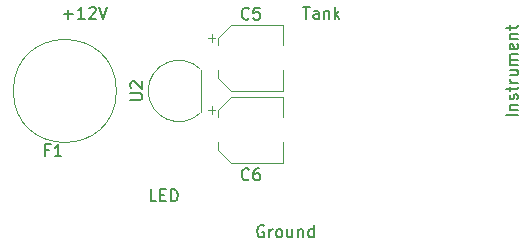
<source format=gbr>
G04 #@! TF.GenerationSoftware,KiCad,Pcbnew,(5.1.12-1-10_14)*
G04 #@! TF.CreationDate,2023-02-19T18:05:48+01:00*
G04 #@! TF.ProjectId,Kaefer_Konstanter_Tank,4b616566-6572-45f4-9b6f-6e7374616e74,rev?*
G04 #@! TF.SameCoordinates,Original*
G04 #@! TF.FileFunction,Legend,Top*
G04 #@! TF.FilePolarity,Positive*
%FSLAX46Y46*%
G04 Gerber Fmt 4.6, Leading zero omitted, Abs format (unit mm)*
G04 Created by KiCad (PCBNEW (5.1.12-1-10_14)) date 2023-02-19 18:05:48*
%MOMM*%
%LPD*%
G01*
G04 APERTURE LIST*
%ADD10C,0.120000*%
%ADD11C,0.150000*%
G04 APERTURE END LIST*
D10*
X143582000Y-118640000D02*
X143582000Y-115040000D01*
X143570478Y-115001522D02*
G75*
G03*
X139132000Y-116840000I-1838478J-1838478D01*
G01*
X143570478Y-118678478D02*
G75*
G02*
X139132000Y-116840000I-1838478J1838478D01*
G01*
X136440000Y-116840000D02*
G75*
G03*
X136440000Y-116840000I-4360000J0D01*
G01*
X150588000Y-122902000D02*
X150588000Y-121202000D01*
X150588000Y-117382000D02*
X150588000Y-119082000D01*
X146132437Y-117382000D02*
X150588000Y-117382000D01*
X146132437Y-122902000D02*
X150588000Y-122902000D01*
X145068000Y-121837563D02*
X145068000Y-121202000D01*
X145068000Y-118446437D02*
X145068000Y-119082000D01*
X145068000Y-118446437D02*
X146132437Y-117382000D01*
X145068000Y-121837563D02*
X146132437Y-122902000D01*
X144203000Y-118457000D02*
X144828000Y-118457000D01*
X144515500Y-118144500D02*
X144515500Y-118769500D01*
X150588000Y-116806000D02*
X150588000Y-115106000D01*
X150588000Y-111286000D02*
X150588000Y-112986000D01*
X146132437Y-111286000D02*
X150588000Y-111286000D01*
X146132437Y-116806000D02*
X150588000Y-116806000D01*
X145068000Y-115741563D02*
X145068000Y-115106000D01*
X145068000Y-112350437D02*
X145068000Y-112986000D01*
X145068000Y-112350437D02*
X146132437Y-111286000D01*
X145068000Y-115741563D02*
X146132437Y-116806000D01*
X144203000Y-112361000D02*
X144828000Y-112361000D01*
X144515500Y-112048500D02*
X144515500Y-112673500D01*
D11*
X137624380Y-117601904D02*
X138433904Y-117601904D01*
X138529142Y-117554285D01*
X138576761Y-117506666D01*
X138624380Y-117411428D01*
X138624380Y-117220952D01*
X138576761Y-117125714D01*
X138529142Y-117078095D01*
X138433904Y-117030476D01*
X137624380Y-117030476D01*
X137719619Y-116601904D02*
X137672000Y-116554285D01*
X137624380Y-116459047D01*
X137624380Y-116220952D01*
X137672000Y-116125714D01*
X137719619Y-116078095D01*
X137814857Y-116030476D01*
X137910095Y-116030476D01*
X138052952Y-116078095D01*
X138624380Y-116649523D01*
X138624380Y-116030476D01*
X148924857Y-128278000D02*
X148829619Y-128230380D01*
X148686761Y-128230380D01*
X148543904Y-128278000D01*
X148448666Y-128373238D01*
X148401047Y-128468476D01*
X148353428Y-128658952D01*
X148353428Y-128801809D01*
X148401047Y-128992285D01*
X148448666Y-129087523D01*
X148543904Y-129182761D01*
X148686761Y-129230380D01*
X148782000Y-129230380D01*
X148924857Y-129182761D01*
X148972476Y-129135142D01*
X148972476Y-128801809D01*
X148782000Y-128801809D01*
X149401047Y-129230380D02*
X149401047Y-128563714D01*
X149401047Y-128754190D02*
X149448666Y-128658952D01*
X149496285Y-128611333D01*
X149591523Y-128563714D01*
X149686761Y-128563714D01*
X150162952Y-129230380D02*
X150067714Y-129182761D01*
X150020095Y-129135142D01*
X149972476Y-129039904D01*
X149972476Y-128754190D01*
X150020095Y-128658952D01*
X150067714Y-128611333D01*
X150162952Y-128563714D01*
X150305809Y-128563714D01*
X150401047Y-128611333D01*
X150448666Y-128658952D01*
X150496285Y-128754190D01*
X150496285Y-129039904D01*
X150448666Y-129135142D01*
X150401047Y-129182761D01*
X150305809Y-129230380D01*
X150162952Y-129230380D01*
X151353428Y-128563714D02*
X151353428Y-129230380D01*
X150924857Y-128563714D02*
X150924857Y-129087523D01*
X150972476Y-129182761D01*
X151067714Y-129230380D01*
X151210571Y-129230380D01*
X151305809Y-129182761D01*
X151353428Y-129135142D01*
X151829619Y-128563714D02*
X151829619Y-129230380D01*
X151829619Y-128658952D02*
X151877238Y-128611333D01*
X151972476Y-128563714D01*
X152115333Y-128563714D01*
X152210571Y-128611333D01*
X152258190Y-128706571D01*
X152258190Y-129230380D01*
X153162952Y-129230380D02*
X153162952Y-128230380D01*
X153162952Y-129182761D02*
X153067714Y-129230380D01*
X152877238Y-129230380D01*
X152782000Y-129182761D01*
X152734380Y-129135142D01*
X152686761Y-129039904D01*
X152686761Y-128754190D01*
X152734380Y-128658952D01*
X152782000Y-128611333D01*
X152877238Y-128563714D01*
X153067714Y-128563714D01*
X153162952Y-128611333D01*
X170418380Y-118894095D02*
X169418380Y-118894095D01*
X169751714Y-118417904D02*
X170418380Y-118417904D01*
X169846952Y-118417904D02*
X169799333Y-118370285D01*
X169751714Y-118275047D01*
X169751714Y-118132190D01*
X169799333Y-118036952D01*
X169894571Y-117989333D01*
X170418380Y-117989333D01*
X170370761Y-117560761D02*
X170418380Y-117465523D01*
X170418380Y-117275047D01*
X170370761Y-117179809D01*
X170275523Y-117132190D01*
X170227904Y-117132190D01*
X170132666Y-117179809D01*
X170085047Y-117275047D01*
X170085047Y-117417904D01*
X170037428Y-117513142D01*
X169942190Y-117560761D01*
X169894571Y-117560761D01*
X169799333Y-117513142D01*
X169751714Y-117417904D01*
X169751714Y-117275047D01*
X169799333Y-117179809D01*
X169751714Y-116846476D02*
X169751714Y-116465523D01*
X169418380Y-116703619D02*
X170275523Y-116703619D01*
X170370761Y-116656000D01*
X170418380Y-116560761D01*
X170418380Y-116465523D01*
X170418380Y-116132190D02*
X169751714Y-116132190D01*
X169942190Y-116132190D02*
X169846952Y-116084571D01*
X169799333Y-116036952D01*
X169751714Y-115941714D01*
X169751714Y-115846476D01*
X169751714Y-115084571D02*
X170418380Y-115084571D01*
X169751714Y-115513142D02*
X170275523Y-115513142D01*
X170370761Y-115465523D01*
X170418380Y-115370285D01*
X170418380Y-115227428D01*
X170370761Y-115132190D01*
X170323142Y-115084571D01*
X170418380Y-114608380D02*
X169751714Y-114608380D01*
X169846952Y-114608380D02*
X169799333Y-114560761D01*
X169751714Y-114465523D01*
X169751714Y-114322666D01*
X169799333Y-114227428D01*
X169894571Y-114179809D01*
X170418380Y-114179809D01*
X169894571Y-114179809D02*
X169799333Y-114132190D01*
X169751714Y-114036952D01*
X169751714Y-113894095D01*
X169799333Y-113798857D01*
X169894571Y-113751238D01*
X170418380Y-113751238D01*
X170370761Y-112894095D02*
X170418380Y-112989333D01*
X170418380Y-113179809D01*
X170370761Y-113275047D01*
X170275523Y-113322666D01*
X169894571Y-113322666D01*
X169799333Y-113275047D01*
X169751714Y-113179809D01*
X169751714Y-112989333D01*
X169799333Y-112894095D01*
X169894571Y-112846476D01*
X169989809Y-112846476D01*
X170085047Y-113322666D01*
X169751714Y-112417904D02*
X170418380Y-112417904D01*
X169846952Y-112417904D02*
X169799333Y-112370285D01*
X169751714Y-112275047D01*
X169751714Y-112132190D01*
X169799333Y-112036952D01*
X169894571Y-111989333D01*
X170418380Y-111989333D01*
X169751714Y-111656000D02*
X169751714Y-111275047D01*
X169418380Y-111513142D02*
X170275523Y-111513142D01*
X170370761Y-111465523D01*
X170418380Y-111370285D01*
X170418380Y-111275047D01*
X139819142Y-126182380D02*
X139342952Y-126182380D01*
X139342952Y-125182380D01*
X140152476Y-125658571D02*
X140485809Y-125658571D01*
X140628666Y-126182380D02*
X140152476Y-126182380D01*
X140152476Y-125182380D01*
X140628666Y-125182380D01*
X141057238Y-126182380D02*
X141057238Y-125182380D01*
X141295333Y-125182380D01*
X141438190Y-125230000D01*
X141533428Y-125325238D01*
X141581047Y-125420476D01*
X141628666Y-125610952D01*
X141628666Y-125753809D01*
X141581047Y-125944285D01*
X141533428Y-126039523D01*
X141438190Y-126134761D01*
X141295333Y-126182380D01*
X141057238Y-126182380D01*
X152234761Y-109728380D02*
X152806190Y-109728380D01*
X152520476Y-110728380D02*
X152520476Y-109728380D01*
X153568095Y-110728380D02*
X153568095Y-110204571D01*
X153520476Y-110109333D01*
X153425238Y-110061714D01*
X153234761Y-110061714D01*
X153139523Y-110109333D01*
X153568095Y-110680761D02*
X153472857Y-110728380D01*
X153234761Y-110728380D01*
X153139523Y-110680761D01*
X153091904Y-110585523D01*
X153091904Y-110490285D01*
X153139523Y-110395047D01*
X153234761Y-110347428D01*
X153472857Y-110347428D01*
X153568095Y-110299809D01*
X154044285Y-110061714D02*
X154044285Y-110728380D01*
X154044285Y-110156952D02*
X154091904Y-110109333D01*
X154187142Y-110061714D01*
X154330000Y-110061714D01*
X154425238Y-110109333D01*
X154472857Y-110204571D01*
X154472857Y-110728380D01*
X154949047Y-110728380D02*
X154949047Y-109728380D01*
X155044285Y-110347428D02*
X155330000Y-110728380D01*
X155330000Y-110061714D02*
X154949047Y-110442666D01*
X132002095Y-110347428D02*
X132764000Y-110347428D01*
X132383047Y-110728380D02*
X132383047Y-109966476D01*
X133764000Y-110728380D02*
X133192571Y-110728380D01*
X133478285Y-110728380D02*
X133478285Y-109728380D01*
X133383047Y-109871238D01*
X133287809Y-109966476D01*
X133192571Y-110014095D01*
X134144952Y-109823619D02*
X134192571Y-109776000D01*
X134287809Y-109728380D01*
X134525904Y-109728380D01*
X134621142Y-109776000D01*
X134668761Y-109823619D01*
X134716380Y-109918857D01*
X134716380Y-110014095D01*
X134668761Y-110156952D01*
X134097333Y-110728380D01*
X134716380Y-110728380D01*
X135002095Y-109728380D02*
X135335428Y-110728380D01*
X135668761Y-109728380D01*
X130730666Y-121848571D02*
X130397333Y-121848571D01*
X130397333Y-122372380D02*
X130397333Y-121372380D01*
X130873523Y-121372380D01*
X131778285Y-122372380D02*
X131206857Y-122372380D01*
X131492571Y-122372380D02*
X131492571Y-121372380D01*
X131397333Y-121515238D01*
X131302095Y-121610476D01*
X131206857Y-121658095D01*
X147661333Y-124309142D02*
X147613714Y-124356761D01*
X147470857Y-124404380D01*
X147375619Y-124404380D01*
X147232761Y-124356761D01*
X147137523Y-124261523D01*
X147089904Y-124166285D01*
X147042285Y-123975809D01*
X147042285Y-123832952D01*
X147089904Y-123642476D01*
X147137523Y-123547238D01*
X147232761Y-123452000D01*
X147375619Y-123404380D01*
X147470857Y-123404380D01*
X147613714Y-123452000D01*
X147661333Y-123499619D01*
X148518476Y-123404380D02*
X148328000Y-123404380D01*
X148232761Y-123452000D01*
X148185142Y-123499619D01*
X148089904Y-123642476D01*
X148042285Y-123832952D01*
X148042285Y-124213904D01*
X148089904Y-124309142D01*
X148137523Y-124356761D01*
X148232761Y-124404380D01*
X148423238Y-124404380D01*
X148518476Y-124356761D01*
X148566095Y-124309142D01*
X148613714Y-124213904D01*
X148613714Y-123975809D01*
X148566095Y-123880571D01*
X148518476Y-123832952D01*
X148423238Y-123785333D01*
X148232761Y-123785333D01*
X148137523Y-123832952D01*
X148089904Y-123880571D01*
X148042285Y-123975809D01*
X147661333Y-110703142D02*
X147613714Y-110750761D01*
X147470857Y-110798380D01*
X147375619Y-110798380D01*
X147232761Y-110750761D01*
X147137523Y-110655523D01*
X147089904Y-110560285D01*
X147042285Y-110369809D01*
X147042285Y-110226952D01*
X147089904Y-110036476D01*
X147137523Y-109941238D01*
X147232761Y-109846000D01*
X147375619Y-109798380D01*
X147470857Y-109798380D01*
X147613714Y-109846000D01*
X147661333Y-109893619D01*
X148566095Y-109798380D02*
X148089904Y-109798380D01*
X148042285Y-110274571D01*
X148089904Y-110226952D01*
X148185142Y-110179333D01*
X148423238Y-110179333D01*
X148518476Y-110226952D01*
X148566095Y-110274571D01*
X148613714Y-110369809D01*
X148613714Y-110607904D01*
X148566095Y-110703142D01*
X148518476Y-110750761D01*
X148423238Y-110798380D01*
X148185142Y-110798380D01*
X148089904Y-110750761D01*
X148042285Y-110703142D01*
M02*

</source>
